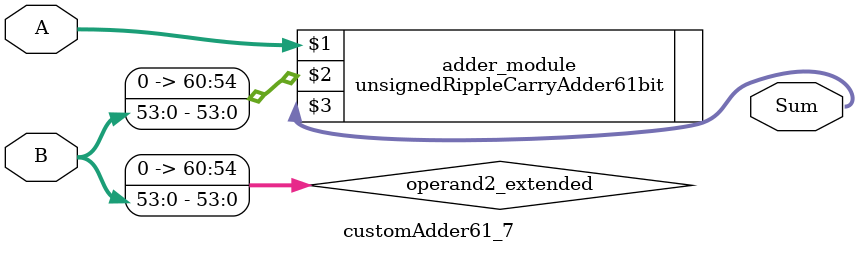
<source format=v>
module customAdder61_7(
                        input [60 : 0] A,
                        input [53 : 0] B,
                        
                        output [61 : 0] Sum
                );

        wire [60 : 0] operand2_extended;
        
        assign operand2_extended =  {7'b0, B};
        
        unsignedRippleCarryAdder61bit adder_module(
            A,
            operand2_extended,
            Sum
        );
        
        endmodule
        
</source>
